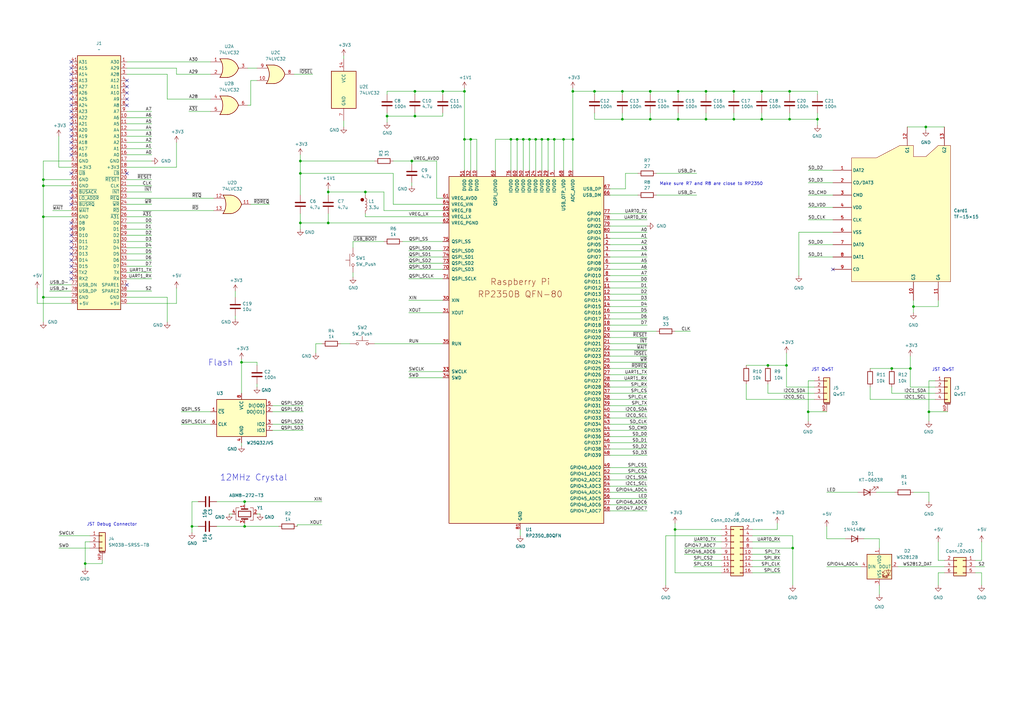
<source format=kicad_sch>
(kicad_sch (version 20250114) (generator "eeschema") (generator_version "9.0")
  (paper "A3")
  (circle (center 148.59 81.915) (radius 0.635) (stroke (width 0) (color 132 0 0 1)) (fill (type color) (color 132 0 0 1)))
  (text "JST Debug Connector" (at 35.56 215.9 0) (effects (font (size 1.27 1.27)) (justify left bottom)))
  (text "JST QwST" (at 382.27 152.4 0) (effects (font (size 1.27 1.27)) (justify left bottom)))
  (text "Make sure R7 and R8 are close to RP2350\n" (at 270.51 76.2 0) (effects (font (size 1.27 1.27)) (justify left bottom)))
  (text "Flash" (at 85.344 150.368 0) (effects (font (size 2.54 2.54)) (justify left bottom)))
  (text "JST QwST" (at 332.74 152.4 0) (effects (font (size 1.27 1.27)) (justify left bottom)))
  (text "12MHz Crystal" (at 90.17 197.485 0) (effects (font (size 2.54 2.54)) (justify left bottom)))
  (junction (at 99.06 148.59))
  (junction (at 17.78 88.9))
  (junction (at 190.5 37.465))
  (junction (at 278.13 37.465))
  (junction (at 335.28 48.895))
  (junction (at 209.55 57.15))
  (junction (at 212.09 57.15))
  (junction (at 312.42 37.465))
  (junction (at 168.91 66.04))
  (junction (at 190.5 57.15))
  (junction (at 312.42 48.895))
  (junction (at 243.84 37.465))
  (junction (at 214.63 57.15))
  (junction (at 78.74 215.9))
  (junction (at 17.78 76.2))
  (junction (at 381 168.91))
  (junction (at 289.56 37.465))
  (junction (at 100.33 205.74))
  (junction (at 181.61 37.465))
  (junction (at 379.73 52.07))
  (junction (at 374.65 125.73))
  (junction (at 300.99 48.895))
  (junction (at 266.7 37.465))
  (junction (at 123.19 71.12))
  (junction (at 222.25 57.15))
  (junction (at 217.17 57.15))
  (junction (at 123.19 66.04))
  (junction (at 323.85 37.465))
  (junction (at 331.47 168.91))
  (junction (at 158.75 47.625))
  (junction (at 255.27 37.465))
  (junction (at 255.27 48.895))
  (junction (at 193.04 57.15))
  (junction (at 100.33 215.9))
  (junction (at 373.38 151.13))
  (junction (at 227.33 57.15))
  (junction (at 325.12 224.79))
  (junction (at 278.13 48.895))
  (junction (at 170.18 47.625))
  (junction (at 365.76 151.13))
  (junction (at 134.62 91.44))
  (junction (at 224.79 57.15))
  (junction (at 149.86 78.74))
  (junction (at 17.78 121.92))
  (junction (at 34.925 231.14))
  (junction (at 234.95 57.15))
  (junction (at 134.62 78.74))
  (junction (at 219.71 57.15))
  (junction (at 234.95 37.465))
  (junction (at 289.56 48.895))
  (junction (at 231.14 57.15))
  (junction (at 314.96 149.86))
  (junction (at 266.7 48.895))
  (junction (at 123.19 91.44))
  (junction (at 17.78 73.66))
  (junction (at 300.99 37.465))
  (junction (at 276.86 217.17))
  (junction (at 323.85 48.895))
  (junction (at 322.58 149.86))
  (junction (at 170.18 37.465))
  (no_connect (at 29.21 43.18))
  (no_connect (at 29.21 96.52))
  (no_connect (at 29.21 45.72))
  (no_connect (at 29.21 55.88))
  (no_connect (at 29.21 111.76))
  (no_connect (at 29.21 63.5))
  (no_connect (at 29.21 93.98))
  (no_connect (at 29.21 38.1))
  (no_connect (at 29.21 48.26))
  (no_connect (at 29.21 101.6))
  (no_connect (at 341.63 110.49))
  (no_connect (at 52.07 33.02))
  (no_connect (at 29.21 58.42))
  (no_connect (at 29.21 40.64))
  (no_connect (at 29.21 33.02))
  (no_connect (at 29.21 99.06))
  (no_connect (at 52.07 43.18))
  (no_connect (at 29.21 60.96))
  (no_connect (at 29.21 71.12))
  (no_connect (at 29.21 106.68))
  (no_connect (at 29.21 81.28))
  (no_connect (at 29.21 53.34))
  (no_connect (at 52.07 116.84))
  (no_connect (at 29.21 30.48))
  (no_connect (at 29.21 109.22))
  (no_connect (at 52.07 71.12))
  (no_connect (at 52.07 40.64))
  (no_connect (at 29.21 78.74))
  (no_connect (at 52.07 35.56))
  (no_connect (at 29.21 114.3))
  (no_connect (at 29.21 35.56))
  (no_connect (at 29.21 83.82))
  (no_connect (at 29.21 50.8))
  (no_connect (at 29.21 104.14))
  (no_connect (at 52.07 38.1))
  (no_connect (at 29.21 91.44))
  (no_connect (at 29.21 25.4))
  (no_connect (at 29.21 27.94))
  (wire (pts (xy 227.33 57.15) (xy 227.33 69.85)))
  (wire (pts (xy 181.61 114.3) (xy 167.64 114.3)))
  (wire (pts (xy 308.61 217.17) (xy 318.77 217.17)))
  (wire (pts (xy 203.2 57.15) (xy 209.55 57.15)))
  (wire (pts (xy 269.24 71.12) (xy 285.75 71.12)))
  (wire (pts (xy 255.27 38.735) (xy 255.27 37.465)))
  (wire (pts (xy 323.85 48.895) (xy 312.42 48.895)))
  (wire (pts (xy 52.07 91.44) (xy 62.23 91.44)))
  (wire (pts (xy 134.62 78.74) (xy 149.86 78.74)))
  (wire (pts (xy 52.07 93.98) (xy 62.23 93.98)))
  (wire (pts (xy 381 168.91) (xy 388.62 168.91)))
  (wire (pts (xy 123.19 66.04) (xy 153.67 66.04)))
  (wire (pts (xy 214.63 57.15) (xy 217.17 57.15)))
  (wire (pts (xy 36.83 222.25) (xy 34.925 222.25)))
  (wire (pts (xy 170.18 38.735) (xy 170.18 37.465)))
  (wire (pts (xy 334.01 158.75) (xy 322.58 158.75)))
  (wire (pts (xy 250.19 204.47) (xy 265.43 204.47)))
  (wire (pts (xy 250.19 128.27) (xy 265.43 128.27)))
  (wire (pts (xy 269.24 80.01) (xy 285.75 80.01)))
  (wire (pts (xy 167.64 107.95) (xy 181.61 107.95)))
  (wire (pts (xy 284.48 222.25) (xy 295.91 222.25)))
  (wire (pts (xy 335.28 46.355) (xy 335.28 48.895)))
  (wire (pts (xy 165.1 99.06) (xy 181.61 99.06)))
  (wire (pts (xy 17.78 76.2) (xy 29.21 76.2)))
  (wire (pts (xy 402.59 229.87) (xy 402.59 222.25)))
  (wire (pts (xy 400.05 229.87) (xy 402.59 229.87)))
  (wire (pts (xy 250.19 105.41) (xy 265.43 105.41)))
  (wire (pts (xy 250.19 100.33) (xy 265.43 100.33)))
  (wire (pts (xy 379.73 52.07) (xy 387.35 52.07)))
  (wire (pts (xy 335.28 48.895) (xy 335.28 51.435)))
  (wire (pts (xy 17.78 121.92) (xy 29.21 121.92)))
  (wire (pts (xy 170.18 47.625) (xy 181.61 47.625)))
  (wire (pts (xy 140.97 49.53) (xy 140.97 52.07)))
  (wire (pts (xy 52.07 121.92) (xy 68.58 121.92)))
  (wire (pts (xy 314.96 161.29) (xy 334.01 161.29)))
  (wire (pts (xy 123.19 71.12) (xy 161.29 71.12)))
  (wire (pts (xy 289.56 38.735) (xy 289.56 37.465)))
  (wire (pts (xy 250.19 95.25) (xy 265.43 95.25)))
  (wire (pts (xy 387.35 234.95) (xy 384.81 234.95)))
  (wire (pts (xy 219.71 57.15) (xy 222.25 57.15)))
  (wire (pts (xy 255.27 48.895) (xy 243.84 48.895)))
  (wire (pts (xy 231.14 57.15) (xy 234.95 57.15)))
  (wire (pts (xy 250.19 143.51) (xy 265.43 143.51)))
  (wire (pts (xy 278.13 48.895) (xy 266.7 48.895)))
  (wire (pts (xy 300.99 48.895) (xy 289.56 48.895)))
  (wire (pts (xy 234.95 37.465) (xy 234.95 57.15)))
  (wire (pts (xy 100.33 215.9) (xy 114.3 215.9)))
  (wire (pts (xy 157.48 86.36) (xy 157.48 78.74)))
  (wire (pts (xy 102.87 33.02) (xy 105.41 33.02)))
  (wire (pts (xy 52.07 88.9) (xy 62.23 88.9)))
  (wire (pts (xy 52.07 109.22) (xy 62.23 109.22)))
  (wire (pts (xy 356.87 163.83) (xy 383.54 163.83)))
  (wire (pts (xy 289.56 37.465) (xy 300.99 37.465)))
  (wire (pts (xy 161.29 71.12) (xy 161.29 83.82)))
  (wire (pts (xy 308.61 232.41) (xy 320.04 232.41)))
  (wire (pts (xy 300.99 46.355) (xy 300.99 48.895)))
  (wire (pts (xy 203.2 69.85) (xy 203.2 57.15)))
  (wire (pts (xy 250.19 199.39) (xy 265.43 199.39)))
  (wire (pts (xy 331.47 168.91) (xy 339.09 168.91)))
  (wire (pts (xy 99.06 148.59) (xy 99.06 161.29)))
  (wire (pts (xy 72.39 118.11) (xy 72.39 124.46)))
  (wire (pts (xy 52.07 27.94) (xy 72.39 27.94)))
  (wire (pts (xy 102.87 83.82) (xy 110.49 83.82)))
  (wire (pts (xy 356.87 158.75) (xy 356.87 163.83)))
  (wire (pts (xy 168.91 76.2) (xy 168.91 74.93)))
  (wire (pts (xy 335.28 38.735) (xy 335.28 37.465)))
  (wire (pts (xy 250.19 179.07) (xy 265.43 179.07)))
  (wire (pts (xy 81.28 205.74) (xy 78.74 205.74)))
  (wire (pts (xy 295.91 219.71) (xy 273.05 219.71)))
  (wire (pts (xy 250.19 130.81) (xy 265.43 130.81)))
  (wire (pts (xy 331.47 80.01) (xy 341.63 80.01)))
  (wire (pts (xy 250.19 196.85) (xy 265.43 196.85)))
  (wire (pts (xy 374.65 201.93) (xy 381 201.93)))
  (wire (pts (xy 167.64 110.49) (xy 181.61 110.49)))
  (wire (pts (xy 52.07 119.38) (xy 62.23 119.38)))
  (wire (pts (xy 383.54 158.75) (xy 373.38 158.75)))
  (wire (pts (xy 123.19 66.04) (xy 123.19 71.12)))
  (wire (pts (xy 234.95 37.465) (xy 243.84 37.465)))
  (wire (pts (xy 193.04 57.15) (xy 195.58 57.15)))
  (wire (pts (xy 374.65 123.19) (xy 374.65 125.73)))
  (wire (pts (xy 77.47 45.72) (xy 86.36 45.72)))
  (wire (pts (xy 387.35 229.87) (xy 384.81 229.87)))
  (wire (pts (xy 123.19 91.44) (xy 134.62 91.44)))
  (wire (pts (xy 105.41 210.82) (xy 106.68 210.82)))
  (wire (pts (xy 212.09 57.15) (xy 214.63 57.15)))
  (wire (pts (xy 101.6 27.94) (xy 105.41 27.94)))
  (wire (pts (xy 295.91 234.95) (xy 276.86 234.95)))
  (wire (pts (xy 250.19 123.19) (xy 265.43 123.19)))
  (wire (pts (xy 250.19 102.87) (xy 265.43 102.87)))
  (wire (pts (xy 250.19 184.15) (xy 265.43 184.15)))
  (wire (pts (xy 266.7 37.465) (xy 278.13 37.465)))
  (wire (pts (xy 383.54 156.21) (xy 381 156.21)))
  (wire (pts (xy 123.19 91.44) (xy 123.19 93.98)))
  (wire (pts (xy 331.47 156.21) (xy 331.47 168.91)))
  (wire (pts (xy 29.21 68.58) (xy 24.13 68.58)))
  (wire (pts (xy 250.19 140.97) (xy 265.43 140.97)))
  (wire (pts (xy 255.27 37.465) (xy 266.7 37.465)))
  (wire (pts (xy 123.19 63.5) (xy 123.19 66.04)))
  (wire (pts (xy 181.61 128.27) (xy 167.64 128.27)))
  (wire (pts (xy 224.79 57.15) (xy 227.33 57.15)))
  (wire (pts (xy 161.29 66.04) (xy 168.91 66.04)))
  (wire (pts (xy 52.07 78.74) (xy 62.23 78.74)))
  (wire (pts (xy 52.07 50.8) (xy 62.23 50.8)))
  (wire (pts (xy 266.7 48.895) (xy 255.27 48.895)))
  (wire (pts (xy 105.41 157.48) (xy 105.41 158.75)))
  (wire (pts (xy 102.87 43.18) (xy 102.87 33.02)))
  (wire (pts (xy 179.07 66.04) (xy 179.07 81.28)))
  (wire (pts (xy 52.07 114.3) (xy 62.23 114.3)))
  (wire (pts (xy 105.41 149.86) (xy 105.41 148.59)))
  (wire (pts (xy 250.19 194.31) (xy 265.43 194.31)))
  (wire (pts (xy 168.91 66.04) (xy 168.91 67.31)))
  (wire (pts (xy 34.925 231.14) (xy 34.925 233.045)))
  (wire (pts (xy 157.48 99.06) (xy 144.78 99.06)))
  (wire (pts (xy 384.81 125.73) (xy 374.65 125.73)))
  (wire (pts (xy 306.07 163.83) (xy 334.01 163.83)))
  (wire (pts (xy 372.11 52.07) (xy 379.73 52.07)))
  (wire (pts (xy 325.12 224.79) (xy 325.12 240.03)))
  (wire (pts (xy 17.78 121.92) (xy 17.78 132.08)))
  (wire (pts (xy 250.19 133.35) (xy 265.43 133.35)))
  (wire (pts (xy 68.58 40.64) (xy 86.36 40.64)))
  (wire (pts (xy 308.61 219.71) (xy 325.12 219.71)))
  (wire (pts (xy 365.76 151.13) (xy 373.38 151.13)))
  (wire (pts (xy 250.19 110.49) (xy 265.43 110.49)))
  (wire (pts (xy 250.19 118.11) (xy 265.43 118.11)))
  (wire (pts (xy 331.47 69.85) (xy 341.63 69.85)))
  (wire (pts (xy 144.78 111.76) (xy 144.78 113.665)))
  (wire (pts (xy 24.13 219.71) (xy 36.83 219.71)))
  (wire (pts (xy 250.19 153.67) (xy 265.43 153.67)))
  (wire (pts (xy 21.59 86.36) (xy 29.21 86.36)))
  (wire (pts (xy 256.54 71.12) (xy 256.54 77.47)))
  (wire (pts (xy 250.19 166.37) (xy 265.43 166.37)))
  (wire (pts (xy 111.76 168.91) (xy 124.46 168.91)))
  (wire (pts (xy 209.55 57.15) (xy 212.09 57.15)))
  (wire (pts (xy 250.19 120.65) (xy 265.43 120.65)))
  (wire (pts (xy 121.92 215.265) (xy 132.08 215.265)))
  (wire (pts (xy 314.96 149.86) (xy 322.58 149.86)))
  (wire (pts (xy 157.48 78.74) (xy 149.86 78.74)))
  (wire (pts (xy 153.67 140.97) (xy 181.61 140.97)))
  (wire (pts (xy 170.18 46.355) (xy 170.18 47.625)))
  (wire (pts (xy 170.18 37.465) (xy 181.61 37.465)))
  (wire (pts (xy 52.07 101.6) (xy 62.23 101.6)))
  (wire (pts (xy 140.97 22.86) (xy 140.97 24.13)))
  (wire (pts (xy 400.05 234.95) (xy 402.59 234.95)))
  (wire (pts (xy 217.17 57.15) (xy 219.71 57.15)))
  (wire (pts (xy 381 201.93) (xy 381 205.74)))
  (wire (pts (xy 339.09 232.41) (xy 353.06 232.41)))
  (wire (pts (xy 306.07 157.48) (xy 306.07 163.83)))
  (wire (pts (xy 374.65 125.73) (xy 374.65 128.27)))
  (wire (pts (xy 300.99 38.735) (xy 300.99 37.465)))
  (wire (pts (xy 179.07 81.28) (xy 181.61 81.28)))
  (wire (pts (xy 209.55 69.85) (xy 209.55 57.15)))
  (wire (pts (xy 331.47 105.41) (xy 341.63 105.41)))
  (wire (pts (xy 250.19 125.73) (xy 265.43 125.73)))
  (wire (pts (xy 167.64 123.19) (xy 181.61 123.19)))
  (wire (pts (xy 52.07 73.66) (xy 62.23 73.66)))
  (wire (pts (xy 335.28 48.895) (xy 323.85 48.895)))
  (wire (pts (xy 34.925 222.25) (xy 34.925 231.14)))
  (wire (pts (xy 52.07 124.46) (xy 72.39 124.46)))
  (wire (pts (xy 250.19 176.53) (xy 265.43 176.53)))
  (wire (pts (xy 325.12 219.71) (xy 325.12 224.79)))
  (wire (pts (xy 17.78 88.9) (xy 29.21 88.9)))
  (wire (pts (xy 99.06 147.32) (xy 99.06 148.59)))
  (wire (pts (xy 312.42 38.735) (xy 312.42 37.465)))
  (wire (pts (xy 284.48 229.87) (xy 295.91 229.87)))
  (wire (pts (xy 68.58 30.48) (xy 68.58 40.64)))
  (wire (pts (xy 52.07 99.06) (xy 62.23 99.06)))
  (wire (pts (xy 331.47 74.93) (xy 341.63 74.93)))
  (wire (pts (xy 52.07 58.42) (xy 62.23 58.42)))
  (wire (pts (xy 384.81 123.19) (xy 384.81 125.73)))
  (wire (pts (xy 181.61 47.625) (xy 181.61 46.355)))
  (wire (pts (xy 134.62 87.63) (xy 134.62 91.44)))
  (wire (pts (xy 368.3 232.41) (xy 387.35 232.41)))
  (wire (pts (xy 74.295 168.91) (xy 86.36 168.91)))
  (wire (pts (xy 52.07 55.88) (xy 62.23 55.88)))
  (wire (pts (xy 289.56 46.355) (xy 289.56 48.895)))
  (wire (pts (xy 250.19 107.95) (xy 265.43 107.95)))
  (wire (pts (xy 193.04 57.15) (xy 190.5 57.15)))
  (wire (pts (xy 132.08 140.97) (xy 129.54 140.97)))
  (wire (pts (xy 52.07 81.28) (xy 87.63 81.28)))
  (wire (pts (xy 78.74 215.9) (xy 78.74 218.44)))
  (wire (pts (xy 105.41 148.59) (xy 99.06 148.59)))
  (wire (pts (xy 20.32 116.84) (xy 29.21 116.84)))
  (wire (pts (xy 52.07 111.76) (xy 62.23 111.76)))
  (wire (pts (xy 111.76 166.37) (xy 124.46 166.37)))
  (wire (pts (xy 52.07 104.14) (xy 62.23 104.14)))
  (wire (pts (xy 323.85 37.465) (xy 335.28 37.465)))
  (wire (pts (xy 234.95 36.195) (xy 234.95 37.465)))
  (wire (pts (xy 278.13 46.355) (xy 278.13 48.895)))
  (wire (pts (xy 373.38 158.75) (xy 373.38 151.13)))
  (wire (pts (xy 167.64 102.87) (xy 181.61 102.87)))
  (wire (pts (xy 34.925 231.14) (xy 41.91 231.14)))
  (wire (pts (xy 300.99 37.465) (xy 312.42 37.465)))
  (wire (pts (xy 276.86 217.17) (xy 295.91 217.17)))
  (wire (pts (xy 123.19 87.63) (xy 123.19 91.44)))
  (wire (pts (xy 149.86 88.9) (xy 181.61 88.9)))
  (wire (pts (xy 250.19 80.01) (xy 261.62 80.01)))
  (wire (pts (xy 193.04 69.85) (xy 193.04 57.15)))
  (wire (pts (xy 52.07 66.04) (xy 62.23 66.04)))
  (wire (pts (xy 219.71 69.85) (xy 219.71 57.15)))
  (wire (pts (xy 384.81 222.25) (xy 384.81 229.87)))
  (wire (pts (xy 52.07 48.26) (xy 62.23 48.26)))
  (wire (pts (xy 129.54 140.97) (xy 129.54 144.78)))
  (wire (pts (xy 158.75 46.355) (xy 158.75 47.625)))
  (wire (pts (xy 134.62 91.44) (xy 181.61 91.44)))
  (wire (pts (xy 17.78 76.2) (xy 17.78 88.9)))
  (wire (pts (xy 181.61 154.94) (xy 167.64 154.94)))
  (wire (pts (xy 273.05 219.71) (xy 273.05 240.03)))
  (wire (pts (xy 190.5 36.195) (xy 190.5 37.465)))
  (wire (pts (xy 250.19 186.69) (xy 265.43 186.69)))
  (wire (pts (xy 234.95 57.15) (xy 234.95 69.85)))
  (wire (pts (xy 308.61 222.25) (xy 320.04 222.25)))
  (wire (pts (xy 190.5 37.465) (xy 190.5 57.15)))
  (wire (pts (xy 256.54 71.12) (xy 261.62 71.12)))
  (wire (pts (xy 356.87 151.13) (xy 365.76 151.13)))
  (wire (pts (xy 68.58 121.92) (xy 68.58 132.08)))
  (wire (pts (xy 17.78 73.66) (xy 17.78 76.2)))
  (wire (pts (xy 52.07 30.48) (xy 68.58 30.48)))
  (wire (pts (xy 212.09 69.85) (xy 212.09 57.15)))
  (wire (pts (xy 250.19 148.59) (xy 265.43 148.59)))
  (wire (pts (xy 250.19 115.57) (xy 265.43 115.57)))
  (wire (pts (xy 181.61 152.4) (xy 167.64 152.4)))
  (wire (pts (xy 52.07 60.96) (xy 62.23 60.96)))
  (wire (pts (xy 278.13 37.465) (xy 289.56 37.465)))
  (wire (pts (xy 250.19 92.71) (xy 265.43 92.71)))
  (wire (pts (xy 276.86 214.63) (xy 276.86 217.17)))
  (wire (pts (xy 250.19 135.89) (xy 269.24 135.89)))
  (wire (pts (xy 280.67 224.79) (xy 295.91 224.79)))
  (wire (pts (xy 384.81 234.95) (xy 384.81 240.03)))
  (wire (pts (xy 29.21 124.46) (xy 15.24 124.46)))
  (wire (pts (xy 280.67 227.33) (xy 295.91 227.33)))
  (wire (pts (xy 52.07 96.52) (xy 62.23 96.52)))
  (wire (pts (xy 360.68 220.98) (xy 360.68 224.79)))
  (wire (pts (xy 255.27 46.355) (xy 255.27 48.895)))
  (wire (pts (xy 224.79 69.85) (xy 224.79 57.15)))
  (wire (pts (xy 327.66 95.25) (xy 341.63 95.25)))
  (wire (pts (xy 373.38 151.13) (xy 373.38 146.05)))
  (wire (pts (xy 181.61 37.465) (xy 190.5 37.465)))
  (wire (pts (xy 250.19 158.75) (xy 265.43 158.75)))
  (wire (pts (xy 250.19 201.93) (xy 265.43 201.93)))
  (wire (pts (xy 360.68 240.03) (xy 360.68 243.84)))
  (wire (pts (xy 243.84 38.735) (xy 243.84 37.465)))
  (wire (pts (xy 379.73 52.07) (xy 379.73 53.34)))
  (wire (pts (xy 99.06 181.61) (xy 99.06 182.88)))
  (wire (pts (xy 284.48 232.41) (xy 295.91 232.41)))
  (wire (pts (xy 134.62 77.47) (xy 134.62 78.74)))
  (wire (pts (xy 78.74 205.74) (xy 78.74 215.9)))
  (wire (pts (xy 250.19 113.03) (xy 265.43 113.03)))
  (wire (pts (xy 96.52 119.38) (xy 96.52 121.92)))
  (wire (pts (xy 331.47 85.09) (xy 341.63 85.09)))
  (wire (pts (xy 334.01 156.21) (xy 331.47 156.21)))
  (wire (pts (xy 52.07 45.72) (xy 62.23 45.72)))
  (wire (pts (xy 331.47 90.17) (xy 341.63 90.17)))
  (wire (pts (xy 308.61 227.33) (xy 320.04 227.33)))
  (wire (pts (xy 144.78 99.06) (xy 144.78 101.6)))
  (wire (pts (xy 15.24 124.46) (xy 15.24 118.11)))
  (wire (pts (xy 250.19 207.01) (xy 265.43 207.01)))
  (wire (pts (xy 365.76 158.75) (xy 365.76 161.29)))
  (wire (pts (xy 149.86 78.74) (xy 149.86 80.01)))
  (wire (pts (xy 41.91 229.87) (xy 41.91 231.14)))
  (wire (pts (xy 250.19 146.05) (xy 265.43 146.05)))
  (wire (pts (xy 250.19 156.21) (xy 265.43 156.21)))
  (wire (pts (xy 266.7 38.735) (xy 266.7 37.465)))
  (wire (pts (xy 276.86 135.89) (xy 283.21 135.89)))
  (wire (pts (xy 100.33 205.74) (xy 132.08 205.74)))
  (wire (pts (xy 139.7 140.97) (xy 143.51 140.97)))
  (wire (pts (xy 381 156.21) (xy 381 168.91)))
  (wire (pts (xy 134.62 80.01) (xy 134.62 78.74)))
  (wire (pts (xy 17.78 66.04) (xy 17.78 73.66)))
  (wire (pts (xy 88.9 215.9) (xy 100.33 215.9)))
  (wire (pts (xy 123.19 71.12) (xy 123.19 80.01)))
  (wire (pts (xy 52.07 86.36) (xy 87.63 86.36)))
  (wire (pts (xy 308.61 224.79) (xy 325.12 224.79)))
  (wire (pts (xy 243.84 37.465) (xy 255.27 37.465)))
  (wire (pts (xy 52.07 68.58) (xy 72.39 68.58)))
  (wire (pts (xy 222.25 57.15) (xy 224.79 57.15)))
  (wire (pts (xy 111.76 173.99) (xy 124.46 173.99)))
  (wire (pts (xy 250.19 97.79) (xy 265.43 97.79)))
  (wire (pts (xy 231.14 69.85) (xy 231.14 57.15)))
  (wire (pts (xy 158.75 38.735) (xy 158.75 37.465)))
  (wire (pts (xy 158.75 47.625) (xy 170.18 47.625)))
  (wire (pts (xy 74.295 173.99) (xy 86.36 173.99)))
  (wire (pts (xy 52.07 25.4) (xy 86.36 25.4)))
  (wire (pts (xy 276.86 217.17) (xy 276.86 234.95)))
  (wire (pts (xy 72.39 58.42) (xy 72.39 68.58)))
  (wire (pts (xy 359.41 201.93) (xy 367.03 201.93)))
  (wire (pts (xy 308.61 234.95) (xy 320.04 234.95)))
  (wire (pts (xy 327.66 95.25) (xy 327.66 113.03)))
  (wire (pts (xy 250.19 171.45) (xy 265.43 171.45)))
  (wire (pts (xy 339.09 201.93) (xy 351.79 201.93)))
  (wire (pts (xy 312.42 48.895) (xy 300.99 48.895)))
  (wire (pts (xy 250.19 181.61) (xy 265.43 181.61)))
  (wire (pts (xy 312.42 37.465) (xy 323.85 37.465)))
  (wire (pts (xy 20.32 119.38) (xy 29.21 119.38)))
  (wire (pts (xy 322.58 158.75) (xy 322.58 149.86)))
  (wire (pts (xy 250.19 138.43) (xy 265.43 138.43)))
  (wire (pts (xy 158.75 37.465) (xy 170.18 37.465)))
  (wire (pts (xy 318.77 214.63) (xy 318.77 217.17)))
  (wire (pts (xy 402.59 234.95) (xy 402.59 240.03)))
  (wire (pts (xy 120.65 30.48) (xy 128.27 30.48)))
  (wire (pts (xy 52.07 76.2) (xy 62.23 76.2)))
  (wire (pts (xy 161.29 83.82) (xy 181.61 83.82)))
  (wire (pts (xy 266.7 46.355) (xy 266.7 48.895)))
  (wire (pts (xy 289.56 48.895) (xy 278.13 48.895)))
  (wire (pts (xy 323.85 46.355) (xy 323.85 48.895)))
  (wire (pts (xy 250.19 173.99) (xy 265.43 173.99)))
  (wire (pts (xy 217.17 69.85) (xy 217.17 57.15)))
  (wire (pts (xy 222.25 57.15) (xy 222.25 69.85)))
  (wire (pts (xy 306.07 149.86) (xy 314.96 149.86)))
  (wire (pts (xy 312.42 46.355) (xy 312.42 48.895)))
  (wire (pts (xy 250.19 151.13) (xy 265.43 151.13)))
  (wire (pts (xy 52.07 53.34) (xy 62.23 53.34)))
  (wire (pts (xy 250.19 191.77) (xy 265.43 191.77)))
  (wire (pts (xy 346.71 220.98) (xy 339.09 220.98)))
  (wire (pts (xy 250.19 77.47) (xy 256.54 77.47)))
  (wire (pts (xy 314.96 157.48) (xy 314.96 161.29)))
  (wire (pts (xy 167.64 105.41) (xy 181.61 105.41)))
  (wire (pts (xy 227.33 57.15) (xy 231.14 57.15)))
  (wire (pts (xy 190.5 57.15) (xy 190.5 69.85)))
  (wire (pts (xy 181.61 86.36) (xy 157.48 86.36)))
  (wire (pts (xy 101.6 43.18) (xy 102.87 43.18)))
  (wire (pts (xy 17.78 88.9) (xy 17.78 121.92)))
  (wire (pts (xy 96.52 129.54) (xy 96.52 130.81)))
  (wire (pts (xy 121.92 215.265) (xy 121.92 215.9)))
  (wire (pts (xy 250.19 90.17) (xy 265.43 90.17)))
  (wire (pts (xy 354.33 220.98) (xy 360.68 220.98)))
  (wire (pts (xy 250.19 168.91) (xy 265.43 168.91)))
  (wire (pts (xy 323.85 38.735) (xy 323.85 37.465)))
  (wire (pts (xy 72.39 27.94) (xy 72.39 30.48)))
  (wire (pts (xy 24.13 68.58) (xy 24.13 55.88)))
  (wire (pts (xy 100.33 207.01) (xy 100.33 205.74)))
  (wire (pts (xy 250.19 163.83) (xy 265.43 163.83)))
  (wire (pts (xy 81.28 215.9) (xy 78.74 215.9)))
  (wire (pts (xy 158.75 47.625) (xy 158.75 50.165)))
  (wire (pts (xy 195.58 57.15) (xy 195.58 69.85)))
  (wire (pts (xy 243.84 46.355) (xy 243.84 48.895)))
  (wire (pts (xy 17.78 66.04) (xy 29.21 66.04)))
  (wire (pts (xy 365.76 161.29) (xy 383.54 161.29)))
  (wire (pts (xy 250.19 87.63) (xy 265.43 87.63)))
  (wire (pts (xy 93.98 210.82) (xy 95.25 210.82)))
  (wire (pts (xy 331.47 168.91) (xy 331.47 172.72)))
  (wire (pts (xy 339.09 220.98) (xy 339.09 215.9)))
  (wire (pts (xy 100.33 214.63) (xy 100.33 215.9)))
  (wire (pts (xy 213.36 217.17) (xy 213.36 219.71)))
  (wire (pts (xy 52.07 106.68) (xy 62.23 106.68)))
  (wire (pts (xy 278.13 38.735) (xy 278.13 37.465)))
  (wire (pts (xy 88.9 205.74) (xy 100.33 205.74)))
  (wire (pts (xy 181.61 38.735) (xy 181.61 37.465)))
  (wire (pts (xy 400.05 232.41) (xy 403.86 232.41)))
  (wire (pts (xy 168.91 66.04) (xy 179.07 66.04)))
  (wire (pts (xy 381 168.91) (xy 381 172.72)))
  (wire (pts (xy 72.39 30.48) (xy 86.36 30.48)))
  (wire (pts (xy 322.58 149.86) (xy 322.58 144.78)))
  (wire (pts (xy 250.19 209.55) (xy 265.43 209.55)))
  (wire (pts (xy 149.86 88.9) (xy 149.86 87.63)))
  (wire (pts (xy 111.76 176.53) (xy 124.46 176.53)))
  (wire (pts (xy 331.47 100.33) (xy 341.63 100.33)))
  (wire (pts (xy 52.07 63.5) (xy 62.23 63.5)))
  (wire (pts (xy 17.78 73.66) (xy 29.21 73.66)))
  (wire (pts (xy 52.07 83.82) (xy 62.23 83.82)))
  (wire (pts (xy 214.63 69.85) (xy 214.63 57.15)))
  (wire (pts (xy 250.19 161.29) (xy 265.43 161.29)))
  (wire (pts (xy 308.61 229.87) (xy 320.04 229.87)))
  (wire (pts (xy 24.13 224.79) (xy 36.83 224.79)))
  (label "A5" (at 265.43 107.95 180))
  (label "A28" (at 77.47 40.64 0))
  (label "UART0_RX" (at 320.04 222.25 180))
  (label "~{RESET}" (at 265.43 138.43 180))
  (label "~{WR}" (at 265.43 148.59 180))
  (label "D3" (at 62.23 99.06 180))
  (label "SD_D2" (at 331.47 69.85 0))
  (label "CLK" (at 62.23 76.2 180))
  (label "D0" (at 265.43 115.57 180))
  (label "D1" (at 265.43 118.11 180))
  (label "A0" (at 265.43 95.25 180))
  (label "GPIO44_ADC4" (at 265.43 201.93 180))
  (label "QSPI_SD2" (at 124.46 173.99 180))
  (label "D7" (at 265.43 133.35 180))
  (label "S2" (at 403.86 232.41 180))
  (label "D3" (at 265.43 123.19 180))
  (label "RUN" (at 167.64 140.97 0))
  (label "SD_D3" (at 331.47 74.93 0))
  (label "XIN" (at 167.64 123.19 0))
  (label "~{RDREQ}" (at 265.43 151.13 180))
  (label "UART1_RX" (at 62.23 114.3 180))
  (label "SPI_CS" (at 265.43 161.29 180))
  (label "D1" (at 62.23 93.98 180))
  (label "SPI_RX" (at 320.04 229.87 180))
  (label "D2" (at 265.43 120.65 180))
  (label "I2C0_SCL" (at 265.43 171.45 180))
  (label "SD_CMD" (at 331.47 80.01 0))
  (label "A1" (at 265.43 97.79 180))
  (label "SPI_CS" (at 320.04 234.95 180))
  (label "SD_CLK" (at 265.43 173.99 180))
  (label "QSPI_SD0" (at 124.46 166.37 180))
  (label "USB_D+" (at 20.32 119.38 0))
  (label "A6" (at 62.23 48.26 180))
  (label "I2C0_SDA" (at 265.43 168.91 180))
  (label "A1" (at 62.23 60.96 180))
  (label "D4" (at 62.23 101.6 180))
  (label "UART0_RX" (at 265.43 90.17 180))
  (label "D4" (at 265.43 125.73 180))
  (label "SPI_CS1" (at 284.48 232.41 0))
  (label "~{REQ}" (at 78.74 81.28 0))
  (label "VREG_AVDD" (at 169.545 66.04 0))
  (label "~{IOSEL}" (at 265.43 146.05 180))
  (label "XOUT" (at 167.64 128.27 0))
  (label "A7" (at 62.23 45.72 180))
  (label "~{RDREQ}" (at 110.49 83.82 180))
  (label "D5" (at 265.43 128.27 180))
  (label "GPIO47_ADC7" (at 280.67 224.79 0))
  (label "I2C1_SCL" (at 265.43 199.39 180))
  (label "SPI_CLK" (at 320.04 232.41 180))
  (label "~{INT}" (at 265.43 140.97 180))
  (label "A0" (at 62.23 63.5 180))
  (label "~{WR}" (at 62.23 83.82 180))
  (label "~{INT}" (at 62.23 78.74 180))
  (label "A4" (at 265.43 105.41 180))
  (label "~{RD}" (at 78.74 86.36 0))
  (label "SWCLK" (at 24.13 219.71 0))
  (label "SD_D1" (at 331.47 105.41 0))
  (label "D7" (at 62.23 109.22 180))
  (label "A5" (at 62.23 50.8 180))
  (label "~{USB_BOOT}" (at 144.78 99.06 0))
  (label "A30" (at 77.47 25.4 0))
  (label "A7" (at 265.43 113.03 180))
  (label "SPI_TX" (at 265.43 166.37 180))
  (label "I2C1_SDA" (at 265.43 196.85 180))
  (label "~{IOSEL}" (at 128.27 30.48 180))
  (label "D6" (at 265.43 130.81 180))
  (label "SPI_CS1" (at 265.43 191.77 180))
  (label "A4" (at 62.23 53.34 180))
  (label "I2C0_SCL" (at 321.31 163.83 0))
  (label "SPI_CLK" (at 265.43 163.83 180))
  (label "D2" (at 62.23 96.52 180))
  (label "QSPI_SD1" (at 167.64 105.41 0))
  (label "SWD" (at 167.64 154.94 0))
  (label "XOUT" (at 132.08 215.265 180))
  (label "UART0_TX" (at 265.43 87.63 180))
  (label "UART1_RX" (at 265.43 156.21 180))
  (label "A2" (at 62.23 58.42 180))
  (label "SPI_CS2" (at 284.48 229.87 0))
  (label "UART0_TX" (at 284.48 222.25 0))
  (label "SD_CMD" (at 265.43 176.53 180))
  (label "SPI_CS2" (at 265.43 194.31 180))
  (label "LED" (at 265.43 204.47 180))
  (label "QSPI_SCLK" (at 74.295 173.99 0))
  (label "UART1_TX" (at 265.43 153.67 180))
  (label "QSPI_SS" (at 167.64 99.06 0))
  (label "A29" (at 77.47 30.48 0))
  (label "D6" (at 62.23 106.68 180))
  (label "CLK" (at 283.21 135.89 180))
  (label "D0" (at 62.23 91.44 180))
  (label "SD_D1" (at 265.43 181.61 180))
  (label "SD_D2" (at 265.43 184.15 180))
  (label "S2" (at 62.23 119.38 180))
  (label "QSPI_SS" (at 74.295 168.91 0))
  (label "QSPI_SD0" (at 167.64 102.87 0))
  (label "I2C1_SDA" (at 370.84 161.29 0))
  (label "QSPI_SD3" (at 124.46 176.53 180))
  (label "SD_D3" (at 265.43 186.69 180))
  (label "QSPI_SD1" (at 124.46 168.91 180))
  (label "QSPI_SD2" (at 167.64 107.95 0))
  (label "SD_D0" (at 331.47 100.33 0))
  (label "SPI_RX" (at 265.43 158.75 180))
  (label "GPIO47_ADC7" (at 265.43 209.55 180))
  (label "D5" (at 62.23 104.14 180))
  (label "SPI_TX" (at 320.04 227.33 180))
  (label "SD_CLK" (at 331.47 90.17 0))
  (label "GPIO46_ADC6" (at 280.67 227.33 0))
  (label "LED" (at 339.09 201.93 0))
  (label "XIN" (at 132.08 205.74 180))
  (label "USB_D-" (at 20.32 116.84 0))
  (label "QSPI_SCLK" (at 167.64 114.3 0))
  (label "I2C1_SCL" (at 370.84 163.83 0))
  (label "~{WAIT}" (at 265.43 143.51 180))
  (label "A3" (at 265.43 102.87 180))
  (label "VREG_LX" (at 167.64 88.9 0))
  (label "A2" (at 265.43 100.33 180))
  (label "~{A31}" (at 77.47 45.72 0))
  (label "UART1_TX" (at 62.23 111.76 180))
  (label "~{A31}" (at 62.23 88.9 180))
  (label "SD_D0" (at 265.43 179.07 180))
  (label "SD_VDD" (at 331.47 85.09 0))
  (label "WS2812_DAT" (at 382.27 232.41 180))
  (label "USB_D-" (at 285.75 80.01 180))
  (label "USB_D+" (at 285.75 71.12 180))
  (label "SWCLK" (at 167.64 152.4 0))
  (label "I2C0_SDA" (at 321.31 161.29 0))
  (label "~{RESET}" (at 62.23 73.66 180))
  (label "QSPI_SD3" (at 167.64 110.49 0))
  (label "GPIO46_ADC6" (at 265.43 207.01 180))
  (label "A6" (at 265.43 110.49 180))
  (label "~{WAIT}" (at 21.59 86.36 0))
  (label "A3" (at 62.23 55.88 180))
  (label "SWD" (at 24.13 224.79 0))
  (label "GPIO44_ADC4" (at 339.09 232.41 0))
  (symbol (lib_id "Device:C") (at 85.09 205.74 270) (unit 1)
    (property "Reference" "C3" (at 86.2584 208.661 0) (effects (justify left)))
    (property "Value" "15p" (at 83.947 208.661 0) (effects (justify left)))
    (property "Footprint" "Capacitor_SMD:C_0402_1005Metric" (effects (hide yes)))
  )
  (symbol (lib_id "Device:C") (at 85.09 215.9 270) (unit 1)
    (property "Reference" "C4" (at 86.2584 218.821 0) (effects (justify left)))
    (property "Value" "15p" (at 83.947 218.821 0) (effects (justify left)))
    (property "Footprint" "Capacitor_SMD:C_0402_1005Metric" (effects (hide yes)))
  )
  (symbol (lib_id "power:GND") (at 78.74 218.44 0) (unit 1)
    (property "Reference" "#PWR08" (effects (hide yes)))
    (property "Value" "GND" (at 78.867 222.8342 0))
  )
  (symbol (lib_id "Memory_Flash:W25Q128JVS") (at 99.06 171.45 0) (unit 1)
    (property "Reference" "U3" (at 90.17 161.29 0))
    (property "Value" "W25Q32JVS" (at 106.68 181.61 0))
    (property "Footprint" "Package_SO:SOIC-8_5.3x5.3mm_P1.27mm" (effects (hide yes)))
    (property "Datasheet" "http://www.winbond.com/resource-files/w25q128jv_dtr%20revc%2003272018%20plus.pdf" (effects (hide yes)))
    (property "JLC" "C179173" (effects (hide yes)))
  )
  (symbol (lib_id "power:+3V3") (at 99.06 147.32 0) (unit 1)
    (property "Reference" "#PWR04" (effects (hide yes)))
    (property "Value" "+3V3" (at 99.441 142.9258 0))
  )
  (symbol (lib_id "power:GND") (at 99.06 182.88 0) (unit 1)
    (property "Reference" "#PWR05" (effects (hide yes)))
    (property "Value" "GND" (at 95.25 184.15 0))
  )
  (symbol (lib_id "Device:C") (at 105.41 153.67 0) (unit 1)
    (property "Reference" "C2" (at 108.331 152.5016 0) (effects (justify left)))
    (property "Value" "100n" (at 108.331 154.813 0) (effects (justify left)))
    (property "Footprint" "Capacitor_SMD:C_0402_1005Metric" (effects (hide yes)))
  )
  (symbol (lib_id "power:GND") (at 105.41 158.75 0) (unit 1)
    (property "Reference" "#PWR06" (effects (hide yes)))
    (property "Value" "GND" (at 109.22 160.02 0))
  )
  (symbol (lib_id "power:GND") (at 213.36 219.71 0) (unit 1)
    (property "Reference" "#PWR021" (effects (hide yes)))
    (property "Value" "GND" (at 213.487 224.1042 0))
  )
  (symbol (lib_id "Device:R") (at 265.43 71.12 270) (unit 1)
    (property "Reference" "R7" (at 265.43 65.8622 90))
    (property "Value" "27" (at 265.43 68.1736 90))
    (property "Footprint" "Resistor_SMD:R_0402_1005Metric" (effects (hide yes)))
  )
  (symbol (lib_id "Device:R") (at 265.43 80.01 270) (unit 1)
    (property "Reference" "R8" (at 265.43 74.7522 90))
    (property "Value" "27" (at 265.43 77.0636 90))
    (property "Footprint" "Resistor_SMD:R_0402_1005Metric" (effects (hide yes)))
  )
  (symbol (lib_id "power:+3V3") (at 234.95 36.195 0) (unit 1)
    (property "Reference" "#PWR022" (effects (hide yes)))
    (property "Value" "+3V3" (at 235.331 31.8008 0))
  )
  (symbol (lib_id "Device:C") (at 266.7 42.545 0) (unit 1)
    (property "Reference" "C14" (at 269.621 41.3766 0) (effects (justify left)))
    (property "Value" "100n" (at 269.621 43.688 0) (effects (justify left)))
    (property "Footprint" "Capacitor_SMD:C_0402_1005Metric" (effects (hide yes)))
  )
  (symbol (lib_id "Device:C") (at 278.13 42.545 0) (unit 1)
    (property "Reference" "C15" (at 281.051 41.3766 0) (effects (justify left)))
    (property "Value" "100n" (at 281.051 43.688 0) (effects (justify left)))
    (property "Footprint" "Capacitor_SMD:C_0402_1005Metric" (effects (hide yes)))
  )
  (symbol (lib_id "Device:C") (at 289.56 42.545 0) (unit 1)
    (property "Reference" "C16" (at 292.481 41.3766 0) (effects (justify left)))
    (property "Value" "100n" (at 292.481 43.688 0) (effects (justify left)))
    (property "Footprint" "Capacitor_SMD:C_0402_1005Metric" (effects (hide yes)))
  )
  (symbol (lib_id "Device:C") (at 300.99 42.545 0) (unit 1)
    (property "Reference" "C17" (at 303.911 41.3766 0) (effects (justify left)))
    (property "Value" "100n" (at 303.911 43.688 0) (effects (justify left)))
    (property "Footprint" "Capacitor_SMD:C_0402_1005Metric" (effects (hide yes)))
  )
  (symbol (lib_id "Device:C") (at 312.42 42.545 0) (unit 1)
    (property "Reference" "C18" (at 315.341 41.3766 0) (effects (justify left)))
    (property "Value" "100n" (at 315.341 43.688 0) (effects (justify left)))
    (property "Footprint" "Capacitor_SMD:C_0402_1005Metric" (effects (hide yes)))
  )
  (symbol (lib_id "Device:C") (at 323.85 42.545 0) (unit 1)
    (property "Reference" "C20" (at 326.771 41.3766 0) (effects (justify left)))
    (property "Value" "100n" (at 326.771 43.688 0) (effects (justify left)))
    (property "Footprint" "Capacitor_SMD:C_0402_1005Metric" (effects (hide yes)))
  )
  (symbol (lib_id "Device:R") (at 118.11 215.9 270) (unit 1)
    (property "Reference" "R2" (at 118.11 210.6422 90))
    (property "Value" "1k" (at 118.11 212.9536 90))
    (property "Footprint" "Resistor_SMD:R_0402_1005Metric" (effects (hide yes)))
  )
  (symbol (lib_id "Device:Crystal_GND24") (at 100.33 210.82 270) (unit 1)
    (property "Reference" "Y1" (at 105.41 208.28 90) (effects (justify left)))
    (property "Value" "ABM8-272-T3" (at 93.98 203.2 90) (effects (justify left)))
    (property "Footprint" "Crystal:Crystal_SMD_3225-4Pin_3.2x2.5mm" (effects (hide yes)))
    (property "JLC" "C20625731" (effects (hide yes)))
  )
  (symbol (lib_id "power:+3V3") (at 96.52 119.38 0) (unit 1)
    (property "Reference" "#PWR023" (effects (hide yes)))
    (property "Value" "+3V3" (at 96.901 114.9858 0))
  )
  (symbol (lib_id "Device:C") (at 96.52 125.73 0) (unit 1)
    (property "Reference" "C19" (at 99.441 124.5616 0) (effects (justify left)))
    (property "Value" "10u" (at 99.441 126.873 0) (effects (justify left)))
    (property "Footprint" "Capacitor_SMD:C_0805_2012Metric" (effects (hide yes)))
  )
  (symbol (lib_id "power:GND") (at 96.52 130.81 0) (unit 1)
    (property "Reference" "#PWR024" (effects (hide yes)))
    (property "Value" "GND" (at 92.71 132.08 0))
  )
  (symbol (lib_id "power:GND") (at 384.81 240.03 0) (unit 1)
    (property "Reference" "#PWR031" (effects (hide yes)))
    (property "Value" "GND" (at 384.81 245.11 0))
    (property "Description" "Power symbol creates a global label with name \"GND\" , ground" (effects (hide yes)))
  )
  (symbol (lib_id "power:+5V") (at 384.81 222.25 0) (unit 1)
    (property "Reference" "#PWR030" (effects (hide yes)))
    (property "Value" "+5V" (at 384.81 217.17 0))
    (property "Description" "Power symbol creates a global label with name \"+5V\"" (effects (hide yes)))
  )
  (symbol (lib_id "power:GND") (at 379.73 53.34 0) (unit 1)
    (property "Reference" "#PWR07" (effects (hide yes)))
    (property "Value" "GND" (at 379.73 58.42 0))
    (property "Description" "Power symbol creates a global label with name \"GND\" , ground" (effects (hide yes)))
  )
  (symbol (lib_id "power:GND") (at 144.78 113.665 0) (unit 1)
    (property "Reference" "#PWR017" (effects (hide yes)))
    (property "Value" "GND" (at 144.907 118.0592 0))
  )
  (symbol (lib_id "Device:C") (at 181.61 42.545 0) (unit 1)
    (property "Reference" "C11" (at 184.531 41.3766 0) (effects (justify left)))
    (property "Value" "100n" (at 184.531 43.688 0) (effects (justify left)))
    (property "Footprint" "Capacitor_SMD:C_0402_1005Metric" (effects (hide yes)))
  )
  (symbol (lib_id "Device:R") (at 306.07 153.67 180) (unit 1)
    (property "Reference" "R10" (at 308.61 152.3999 0) (effects (justify right)))
    (property "Value" "10k" (at 308.61 154.9399 0) (effects (justify right)))
    (property "Footprint" "Resistor_SMD:R_0402_1005Metric" (effects (hide yes)))
    (property "Description" "Resistor" (effects (hide yes)))
  )
  (symbol (lib_id "Device:R") (at 135.89 140.97 270) (unit 1)
    (property "Reference" "R4" (at 135.89 135.7122 90))
    (property "Value" "1k" (at 135.89 138.0236 90))
    (property "Footprint" "Resistor_SMD:R_0402_1005Metric" (effects (hide yes)))
  )
  (symbol (lib_id "Device:C") (at 255.27 42.545 0) (unit 1)
    (property "Reference" "C13" (at 258.191 41.3766 0) (effects (justify left)))
    (property "Value" "100n" (at 258.191 43.688 0) (effects (justify left)))
    (property "Footprint" "Capacitor_SMD:C_0402_1005Metric" (effects (hide yes)))
  )
  (symbol (lib_id "power:GND") (at 327.66 113.03 0) (unit 1)
    (property "Reference" "#PWR01" (effects (hide yes)))
    (property "Value" "GND" (at 327.66 118.11 0))
    (property "Description" "Power symbol creates a global label with name \"GND\" , ground" (effects (hide yes)))
  )
  (symbol (lib_id "power:+3V3") (at 276.86 214.63 0) (unit 1)
    (property "Reference" "#PWR034" (effects (hide yes)))
    (property "Value" "+3V3" (at 277.241 210.2358 0))
  )
  (symbol (lib_id "Device:C") (at 335.28 42.545 0) (unit 1)
    (property "Reference" "C21" (at 338.201 41.3766 0) (effects (justify left)))
    (property "Value" "100n" (at 338.201 43.688 0) (effects (justify left)))
    (property "Footprint" "Capacitor_SMD:C_0402_1005Metric" (effects (hide yes)))
  )
  (symbol (lib_id "power:+1V1") (at 134.62 77.47 0) (unit 1)
    (property "Reference" "#PWR014" (effects (hide yes)))
    (property "Value" "+1V1" (at 135.001 73.0758 0))
  )
  (symbol (lib_id "power:+5V") (at 402.59 222.25 0) (unit 1)
    (property "Reference" "#PWR041" (effects (hide yes)))
    (property "Value" "+5V" (at 402.59 217.17 0))
    (property "Description" "Power symbol creates a global label with name \"+5V\"" (effects (hide yes)))
  )
  (symbol (lib_id "power:GND") (at 381 172.72 0) (mirror y) (unit 1)
    (property "Reference" "#PWR010" (effects (hide yes)))
    (property "Value" "GND" (at 380.873 177.1142 0))
  )
  (symbol (lib_id "power:GND") (at 402.59 240.03 0) (unit 1)
    (property "Reference" "#PWR042" (effects (hide yes)))
    (property "Value" "GND" (at 402.59 245.11 0))
    (property "Description" "Power symbol creates a global label with name \"GND\" , ground" (effects (hide yes)))
  )
  (symbol (lib_id "power:+3V3") (at 24.13 55.88 0) (unit 1)
    (property "Reference" "#PWR043" (effects (hide yes)))
    (property "Value" "+3V3" (at 24.511 51.4858 0))
  )
  (symbol (lib_id "Switch:SW_Push") (at 148.59 140.97 0) (unit 1)
    (property "Reference" "SW2" (at 148.59 134.3492 0))
    (property "Value" "SW_Push" (at 148.59 136.8861 0))
    (property "Footprint" "RV4028:SW-SMD_HX-TS-1101-C-W" (effects (hide yes)))
    (property "JLC" "C36498960" (effects (hide yes)))
  )
  (symbol (lib_id "power:GND") (at 93.98 210.82 0) (unit 1)
    (property "Reference" "#PWR09" (effects (hide yes)))
    (property "Value" "GND" (at 90.17 212.09 0))
  )
  (symbol (lib_id "RV4028:Dual_Conn") (at 40.64 123.19 0) (unit 1)
    (property "Reference" "J1" (at 40.64 17.78 0))
    (property "Value" "~" (at 40.64 20.32 0))
    (property "Footprint" "RV4028:Module_2mm" (effects (hide yes)))
    (property "JLC" "C3407" (effects (hide yes)))
  )
  (symbol (lib_id "Device:R") (at 365.76 154.94 180) (unit 1)
    (property "Reference" "R12" (at 368.3 153.6699 0) (effects (justify right)))
    (property "Value" "10k" (at 368.3 156.2099 0) (effects (justify right)))
    (property "Footprint" "Resistor_SMD:R_0402_1005Metric" (effects (hide yes)))
    (property "Description" "Resistor" (effects (hide yes)))
  )
  (symbol (lib_id "power:GND") (at 34.925 233.045 0) (mirror y) (unit 1)
    (property "Reference" "#PWR032" (effects (hide yes)))
    (property "Value" "GND" (at 34.798 237.4392 0))
  )
  (symbol (lib_id "Device:C") (at 168.91 71.12 0) (unit 1)
    (property "Reference" "C9" (at 172.72 69.85 0) (effects (justify left)))
    (property "Value" "4.7u" (at 172.72 72.39 0) (effects (justify left)))
    (property "Footprint" "Capacitor_SMD:C_0402_1005Metric" (effects (hide yes)))
  )
  (symbol (lib_id "Connector_Generic_MountingPin:Conn_01x04_MountingPin") (at 388.62 158.75 0) (unit 1)
    (property "Reference" "J3" (at 391.16 159.1055 0) (effects (justify left)))
    (property "Value" "QwST" (at 391.16 161.6455 0) (effects (justify left)))
    (property "Footprint" "Connector_JST:JST_SH_SM04B-SRSS-TB_1x04-1MP_P1.00mm_Horizontal" (effects (hide yes)))
    (property "Description" "Generic connectable mounting pin connector, single row, 01x04, script generated (kicad-library-utils/schlib/autogen/connector/)" (effects (hide yes)))
    (property "JLC" "C160404" (effects (hide yes)))
  )
  (symbol (lib_id "power:GND") (at 62.23 66.04 90) (unit 1)
    (property "Reference" "#PWR038" (effects (hide yes)))
    (property "Value" "GND" (at 66.04 66.0399 90) (effects (justify right)))
    (property "Description" "Power symbol creates a global label with name \"GND\" , ground" (effects (hide yes)))
  )
  (symbol (lib_id "Device:L") (at 149.86 83.82 0) (unit 1)
    (property "Reference" "L1" (at 151.13 82.55 0) (effects (justify left)))
    (property "Value" "3.3u" (at 151.13 85.09 0) (effects (justify left)))
    (property "Footprint" "RP2350_80QFN_minimal:L_pol_2016" (effects (hide yes)))
    (property "JLC" "C42411119" (effects (hide yes)))
  )
  (symbol (lib_id "LED:WS2812B") (at 360.68 232.41 0) (unit 1)
    (property "Reference" "D2" (at 372.11 225.9898 0))
    (property "Value" "WS2812B" (at 372.11 228.5298 0))
    (property "Footprint" "LED_SMD:LED_WS2812B_PLCC4_5.0x5.0mm_P3.2mm" (effects (hide yes)))
    (property "Datasheet" "https://cdn-shop.adafruit.com/datasheets/WS2812B.pdf" (effects (hide yes)))
    (property "Description" "RGB LED with integrated controller" (effects (hide yes)))
    (property "JLC" "C42417498" (effects (hide yes)))
  )
  (symbol (lib_id "power:GND") (at 360.68 243.84 0) (unit 1)
    (property "Reference" "#PWR028" (effects (hide yes)))
    (property "Value" "GND" (at 360.68 248.92 0))
    (property "Description" "Power symbol creates a global label with name \"GND\" , ground" (effects (hide yes)))
  )
  (symbol (lib_id "power:GND") (at 158.75 50.165 0) (unit 1)
    (property "Reference" "#PWR018" (effects (hide yes)))
    (property "Value" "GND" (at 158.877 54.5592 0))
  )
  (symbol (lib_id "power:GND") (at 140.97 52.07 0) (unit 1)
    (property "Reference" "#PWR037" (effects (hide yes)))
    (property "Value" "GND" (at 137.16 53.34 0))
  )
  (symbol (lib_id "Connector_Generic_MountingPin:Conn_01x04_MountingPin") (at 339.09 158.75 0) (unit 1)
    (property "Reference" "J5" (at 341.63 159.1055 0) (effects (justify left)))
    (property "Value" "QwST" (at 341.63 161.6455 0) (effects (justify left)))
    (property "Footprint" "Connector_JST:JST_SH_SM04B-SRSS-TB_1x04-1MP_P1.00mm_Horizontal" (effects (hide yes)))
    (property "Description" "Generic connectable mounting pin connector, single row, 01x04, script generated (kicad-library-utils/schlib/autogen/connector/)" (effects (hide yes)))
    (property "JLC" "C160404" (effects (hide yes)))
  )
  (symbol (lib_id "power:+3V3") (at 373.38 146.05 0) (unit 1)
    (property "Reference" "#PWR03" (effects (hide yes)))
    (property "Value" "+3V3" (at 373.761 141.6558 0))
  )
  (symbol (lib_id "power:GND") (at 381 205.74 0) (unit 1)
    (property "Reference" "#PWR027" (effects (hide yes)))
    (property "Value" "GND" (at 381 210.82 0))
    (property "Description" "Power symbol creates a global label with name \"GND\" , ground" (effects (hide yes)))
  )
  (symbol (lib_id "Device:R") (at 356.87 154.94 180) (unit 1)
    (property "Reference" "R11" (at 359.41 153.6699 0) (effects (justify right)))
    (property "Value" "10k" (at 359.41 156.2099 0) (effects (justify right)))
    (property "Footprint" "Resistor_SMD:R_0402_1005Metric" (effects (hide yes)))
    (property "Description" "Resistor" (effects (hide yes)))
  )
  (symbol (lib_id "74xx:74LS32") (at 140.97 36.83 0) (unit 5)
    (property "Reference" "U2" (at 147.32 35.5599 0) (effects (justify left)))
    (property "Value" "74LVC32" (at 147.32 38.0999 0) (effects (justify left)))
    (property "Footprint" "Package_SO:SSOP-14_5.3x6.2mm_P0.65mm" (effects (hide yes)))
    (property "Datasheet" "https://www.ti.com/lit/ds/symlink/sn74hc32.pdf" (effects (hide yes)))
    (property "Description" "Quad 2-input OR" (effects (hide yes)))
    (property "JLC" "C2867091" (effects (hide yes)))
  )
  (symbol (lib_id "power:GND") (at 123.19 93.98 0) (mirror y) (unit 1)
    (property "Reference" "#PWR019" (effects (hide yes)))
    (property "Value" "GND" (at 127 95.25 0))
  )
  (symbol (lib_id "Device:LED") (at 355.6 201.93 180) (unit 1)
    (property "Reference" "D1" (at 357.1875 194.31 0))
    (property "Value" "KT-0603R" (at 357.1875 196.85 0))
    (property "Footprint" "LED_SMD:LED_0603_1608Metric" (effects (hide yes)))
    (property "Description" "Light emitting diode" (effects (hide yes)))
    (property "JLC" "C2286" (effects (hide yes)))
  )
  (symbol (lib_id "power:+1V1") (at 190.5 36.195 0) (unit 1)
    (property "Reference" "#PWR020" (effects (hide yes)))
    (property "Value" "+1V1" (at 190.881 31.8008 0))
  )
  (symbol (lib_id "Device:C") (at 134.62 83.82 0) (unit 1)
    (property "Reference" "C7" (at 138.43 82.55 0) (effects (justify left)))
    (property "Value" "4.7u" (at 138.43 85.09 0) (effects (justify left)))
    (property "Footprint" "RP2350_80QFN_minimal:C_0402_1005Metric_small_pads" (effects (hide yes)))
  )
  (symbol (lib_id "power:+5V") (at 339.09 215.9 0) (unit 1)
    (property "Reference" "#PWR029" (effects (hide yes)))
    (property "Value" "+5V" (at 339.09 210.82 0))
    (property "Description" "Power symbol creates a global label with name \"+5V\"" (effects (hide yes)))
  )
  (symbol (lib_id "power:+3V3") (at 318.77 214.63 0) (unit 1)
    (property "Reference" "#PWR047" (effects (hide yes)))
    (property "Value" "+3V3" (at 319.151 210.2358 0))
  )
  (symbol (lib_id "Device:D") (at 350.52 220.98 180) (unit 1)
    (property "Reference" "D3" (at 350.52 214.63 0))
    (property "Value" "1N4148W" (at 350.52 217.17 0))
    (property "Footprint" "Diode_SMD:D_SOD-123F" (effects (hide yes)))
    (property "Description" "Diode" (effects (hide yes)))
    (property "Sim.Device" "D" (effects (hide yes)))
    (property "Sim.Pins" "1=K 2=A" (effects (hide yes)))
    (property "JLC" "C81598" (effects (hide yes)))
  )
  (symbol (lib_id "Device:R") (at 161.29 99.06 270) (unit 1)
    (property "Reference" "R6" (at 161.29 93.8022 90))
    (property "Value" "1k" (at 161.29 96.1136 90))
    (property "Footprint" "Resistor_SMD:R_0402_1005Metric" (effects (hide yes)))
  )
  (symbol (lib_id "power:+3V3") (at 322.58 144.78 0) (unit 1)
    (property "Reference" "#PWR011" (effects (hide yes)))
    (property "Value" "+3V3" (at 322.961 140.3858 0))
  )
  (symbol (lib_id "74xx:74LS32") (at 93.98 27.94 0) (unit 1)
    (property "Reference" "U2" (at 93.98 19.05 0))
    (property "Value" "74LVC32" (at 93.98 21.59 0))
    (property "Footprint" "Package_SO:SSOP-14_5.3x6.2mm_P0.65mm" (effects (hide yes)))
    (property "Datasheet" "https://www.ti.com/lit/ds/symlink/sn74hc32.pdf" (effects (hide yes)))
    (property "Description" "Quad 2-input OR" (effects (hide yes)))
    (property "JLC" "C2867091" (effects (hide yes)))
  )
  (symbol (lib_id "Device:C") (at 158.75 42.545 0) (unit 1)
    (property "Reference" "C8" (at 161.671 41.3766 0) (effects (justify left)))
    (property "Value" "100n" (at 161.671 43.688 0) (effects (justify left)))
    (property "Footprint" "Capacitor_SMD:C_0402_1005Metric" (effects (hide yes)))
  )
  (symbol (lib_id "power:+3V3") (at 140.97 22.86 0) (unit 1)
    (property "Reference" "#PWR036" (effects (hide yes)))
    (property "Value" "+3V3" (at 141.351 18.4658 0))
  )
  (symbol (lib_id "Device:R") (at 273.05 135.89 270) (unit 1)
    (property "Reference" "R5" (at 273.05 130.6322 90))
    (property "Value" "33" (at 273.05 132.9436 90))
    (property "Footprint" "Resistor_SMD:R_0402_1005Metric" (effects (hide yes)))
  )
  (symbol (lib_id "Device:R") (at 157.48 66.04 90) (unit 1)
    (property "Reference" "R3" (at 156.3116 64.262 0) (effects (justify left)))
    (property "Value" "33" (at 158.623 64.262 0) (effects (justify left)))
    (property "Footprint" "Resistor_SMD:R_0402_1005Metric" (effects (hide yes)))
  )
  (symbol (lib_id "Connector_Generic_MountingPin:Conn_01x03_MountingPin") (at 41.91 222.25 0) (unit 1)
    (property "Reference" "J4" (at 44.45 220.98 0) (effects (justify left)))
    (property "Value" "SM03B-SRSS-TB" (at 44.45 223.52 0) (effects (justify left)))
    (property "Footprint" "Connector_JST:JST_SH_SM03B-SRSS-TB_1x03-1MP_P1.00mm_Horizontal" (effects (hide yes)))
    (property "JLC" "C160403" (effects (hide yes)))
  )
  (symbol (lib_id "74xx:74LS32") (at 93.98 43.18 0) (unit 2)
    (property "Reference" "U2" (at 93.98 34.29 0))
    (property "Value" "74LVC32" (at 93.98 36.83 0))
    (property "Footprint" "Package_SO:SSOP-14_5.3x6.2mm_P0.65mm" (effects (hide yes)))
    (property "Datasheet" "https://www.ti.com/lit/ds/symlink/sn74hc32.pdf" (effects (hide yes)))
    (property "Description" "Quad 2-input OR" (effects (hide yes)))
    (property "JLC" "C2867091" (effects (hide yes)))
  )
  (symbol (lib_id "Device:C") (at 170.18 42.545 0) (unit 1)
    (property "Reference" "C10" (at 173.101 41.3766 0) (effects (justify left)))
    (property "Value" "4.7u" (at 173.101 43.688 0) (effects (justify left)))
    (property "Footprint" "Capacitor_SMD:C_0402_1005Metric" (effects (hide yes)))
  )
  (symbol (lib_id "power:GND") (at 325.12 240.03 0) (unit 1)
    (property "Reference" "#PWR033" (effects (hide yes)))
    (property "Value" "GND" (at 325.12 245.11 0))
    (property "Description" "Power symbol creates a global label with name \"GND\" , ground" (effects (hide yes)))
  )
  (symbol (lib_id "power:+5V") (at 72.39 118.11 0) (unit 1)
    (property "Reference" "#PWR045" (effects (hide yes)))
    (property "Value" "+5V" (at 72.39 113.03 0))
    (property "Description" "Power symbol creates a global label with name \"+5V\"" (effects (hide yes)))
  )
  (symbol (lib_id "Device:C") (at 243.84 42.545 0) (unit 1)
    (property "Reference" "C12" (at 246.126 41.3766 0) (effects (justify left)))
    (property "Value" "100n" (at 246.126 43.688 0) (effects (justify left)))
    (property "Footprint" "Capacitor_SMD:C_0402_1005Metric" (effects (hide yes)))
  )
  (symbol (lib_id "Switch:SW_Push") (at 144.78 106.68 90) (unit 1)
    (property "Reference" "SW1" (at 145.923 105.8453 90) (effects (justify right)))
    (property "Value" "SW_Push" (at 145.923 108.3822 90) (effects (justify right)))
    (property "Footprint" "RV4028:SW-SMD_HX-TS-1101-C-W" (effects (hide yes)))
    (property "JLC" "C36498960" (effects (hide yes)))
  )
  (symbol (lib_id "Connector_Generic:Conn_02x08_Odd_Even") (at 300.99 224.79 0) (unit 1)
    (property "Reference" "J6" (at 302.26 210.82 0))
    (property "Value" "Conn_02x08_Odd_Even" (at 302.26 213.36 0))
    (property "Footprint" "Connector_PinHeader_2.54mm:PinHeader_2x08_P2.54mm_Vertical" (effects (hide yes)))
    (property "Description" "Generic connector, double row, 02x08, odd/even pin numbering scheme (row 1 odd numbers, row 2 even numbers), script generated (kicad-library-utils/schlib/autogen/connector/)" (effects (hide yes)))
  )
  (symbol (lib_id "Connector_Generic:Conn_02x03_Odd_Even") (at 394.97 232.41 0) (mirror y) (unit 1)
    (property "Reference" "J2" (at 393.7 223.52 0))
    (property "Value" "Conn_02x03" (at 393.7 226.06 0))
    (property "Footprint" "Connector_PinHeader_2.54mm:PinHeader_2x03_P2.54mm_Vertical" (effects (hide yes)))
    (property "Description" "Generic connector, double row, 02x03, odd/even pin numbering scheme (row 1 odd numbers, row 2 even numbers), script generated (kicad-library-utils/schlib/autogen/connector/)" (effects (hide yes)))
  )
  (symbol (lib_id "MCU_RaspberryPi_RP2350:RP2350_80QFN") (at 213.36 120.65 0) (unit 1)
    (property "Reference" "U1" (at 215.5541 217.17 0) (effects (justify left)))
    (property "Value" "RP2350_80QFN" (at 215.5541 219.71 0) (effects (justify left)))
    (property "Footprint" "RV4028:RP2350-QFN-80-1EP_10x10_P0.4mm_EP3.4x3.4mm_ThermalVias" (effects (hide yes)))
    (property "JLC" "C42415655" (effects (hide yes)))
  )
  (symbol (lib_id "Device:C") (at 123.19 83.82 0) (unit 1)
    (property "Reference" "C6" (at 127 82.55 0) (effects (justify left)))
    (property "Value" "4.7u" (at 127 85.09 0) (effects (justify left)))
    (property "Footprint" "RP2350_80QFN_minimal:C_0402_1005Metric_small_pads" (effects (hide yes)))
  )
  (symbol (lib_id "power:GND") (at 331.47 172.72 0) (mirror y) (unit 1)
    (property "Reference" "#PWR026" (effects (hide yes)))
    (property "Value" "GND" (at 331.343 177.1142 0))
  )
  (symbol (lib_id "power:GND") (at 335.28 51.435 0) (mirror y) (unit 1)
    (property "Reference" "#PWR025" (effects (hide yes)))
    (property "Value" "GND" (at 335.153 55.8292 0))
  )
  (symbol (lib_id "power:GND") (at 68.58 132.08 0) (unit 1)
    (property "Reference" "#PWR040" (effects (hide yes)))
    (property "Value" "GND" (at 64.77 133.35 0))
  )
  (symbol (lib_id "power:GND") (at 374.65 128.27 0) (unit 1)
    (property "Reference" "#PWR02" (effects (hide yes)))
    (property "Value" "GND" (at 374.65 133.35 0))
    (property "Description" "Power symbol creates a global label with name \"GND\" , ground" (effects (hide yes)))
  )
  (symbol (lib_id "power:GND") (at 273.05 240.03 0) (unit 1)
    (property "Reference" "#PWR046" (effects (hide yes)))
    (property "Value" "GND" (at 273.05 245.11 0))
    (property "Description" "Power symbol creates a global label with name \"GND\" , ground" (effects (hide yes)))
  )
  (symbol (lib_id "power:+3V3") (at 123.19 63.5 0) (unit 1)
    (property "Reference" "#PWR013" (effects (hide yes)))
    (property "Value" "+3V3" (at 123.571 59.1058 0))
  )
  (symbol (lib_id "74xx:74LS32") (at 113.03 30.48 0) (unit 3)
    (property "Reference" "U2" (at 113.03 21.59 0))
    (property "Value" "74LVC32" (at 113.03 24.13 0))
    (property "Footprint" "Package_SO:SSOP-14_5.3x6.2mm_P0.65mm" (effects (hide yes)))
    (property "Datasheet" "https://www.ti.com/lit/ds/symlink/sn74hc32.pdf" (effects (hide yes)))
    (property "Description" "Quad 2-input OR" (effects (hide yes)))
    (property "JLC" "C2867091" (effects (hide yes)))
  )
  (symbol (lib_id "power:GND") (at 265.43 92.71 90) (unit 1)
    (property "Reference" "#PWR035" (effects (hide yes)))
    (property "Value" "GND" (at 269.24 92.7099 90) (effects (justify right)))
    (property "Description" "Power symbol creates a global label with name \"GND\" , ground" (effects (hide yes)))
  )
  (symbol (lib_id "easyeda2kicad:TF-15×15") (at 365.76 87.63 0) (unit 1)
    (property "Reference" "Card1" (at 391.16 86.3599 0) (effects (justify left)))
    (property "Value" "TF-15×15" (at 391.16 88.8999 0) (effects (justify left)))
    (property "Footprint" "easyeda2kicad:TF-SMD_TF-15-15" (effects (hide yes)))
    (property "Datasheet" "https://lcsc.com/product-detail/Card-Sockets_TF-15-15_C111196.html" (effects (hide yes)))
    (property "LCSC Part" "C111196" (effects (hide yes)))
  )
  (symbol (lib_id "power:+5V") (at 15.24 118.11 0) (unit 1)
    (property "Reference" "#PWR048" (effects (hide yes)))
    (property "Value" "+5V" (at 15.24 113.03 0))
    (property "Description" "Power symbol creates a global label with name \"+5V\"" (effects (hide yes)))
  )
  (symbol (lib_id "power:GND") (at 17.78 132.08 0) (unit 1)
    (property "Reference" "#PWR044" (effects (hide yes)))
    (property "Value" "GND" (at 21.59 132.08 0))
  )
  (symbol (lib_id "power:GND") (at 168.91 76.2 0) (unit 1)
    (property "Reference" "#PWR016" (effects (hide yes)))
    (property "Value" "GND" (at 165.1 77.47 0))
  )
  (symbol (lib_id "Device:R") (at 314.96 153.67 180) (unit 1)
    (property "Reference" "R9" (at 317.5 152.3999 0) (effects (justify right)))
    (property "Value" "10k" (at 317.5 154.9399 0) (effects (justify right)))
    (property "Footprint" "Resistor_SMD:R_0402_1005Metric" (effects (hide yes)))
    (property "Description" "Resistor" (effects (hide yes)))
  )
  (symbol (lib_id "power:GND") (at 129.54 144.78 0) (unit 1)
    (property "Reference" "#PWR015" (effects (hide yes)))
    (property "Value" "GND" (at 125.73 146.05 0))
  )
  (symbol (lib_id "74xx:74LS32") (at 95.25 83.82 0) (unit 4)
    (property "Reference" "U2" (at 95.25 74.93 0))
    (property "Value" "74LVC32" (at 95.25 77.47 0))
    (property "Footprint" "Package_SO:SSOP-14_5.3x6.2mm_P0.65mm" (effects (hide yes)))
    (property "Datasheet" "https://www.ti.com/lit/ds/symlink/sn74hc32.pdf" (effects (hide yes)))
    (property "Description" "Quad 2-input OR" (effects (hide yes)))
    (property "JLC" "C2867091" (effects (hide yes)))
  )
  (symbol (lib_id "Device:R") (at 370.84 201.93 90) (unit 1)
    (property "Reference" "R1" (at 370.84 195.58 90))
    (property "Value" "1k" (at 370.84 198.12 90))
    (property "Footprint" "Resistor_SMD:R_0402_1005Metric" (effects (hide yes)))
    (property "Description" "Resistor" (effects (hide yes)))
  )
  (symbol (lib_id "power:+3V3") (at 72.39 58.42 0) (unit 1)
    (property "Reference" "#PWR039" (effects (hide yes)))
    (property "Value" "+3V3" (at 72.771 54.0258 0))
  )
  (symbol (lib_id "power:GND") (at 106.68 210.82 0) (unit 1)
    (property "Reference" "#PWR012" (effects (hide yes)))
    (property "Value" "GND" (at 110.49 212.09 0))
  )
)
</source>
